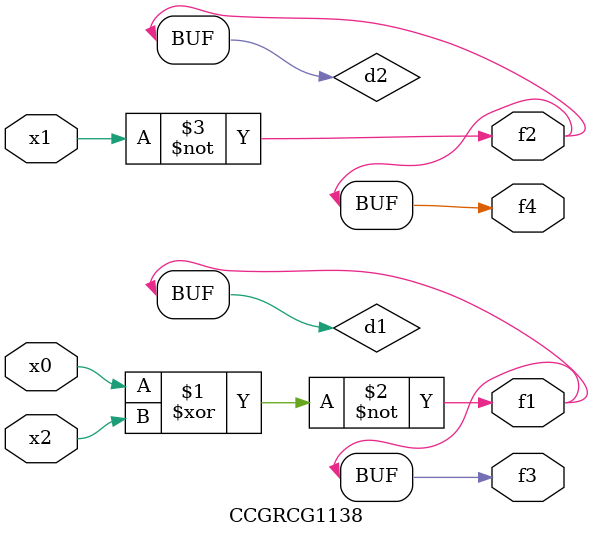
<source format=v>
module CCGRCG1138(
	input x0, x1, x2,
	output f1, f2, f3, f4
);

	wire d1, d2, d3;

	xnor (d1, x0, x2);
	nand (d2, x1);
	nor (d3, x1, x2);
	assign f1 = d1;
	assign f2 = d2;
	assign f3 = d1;
	assign f4 = d2;
endmodule

</source>
